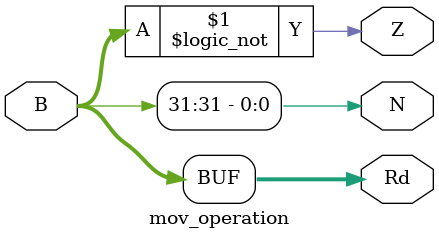
<source format=v>
module mov_operation (
    input  [31:0] B,           // source
    output [31:0] Rd,          // destination
    output        N, Z         // flags (if S is set)
);
    assign Rd = B;

    assign N = B[31];          // Negative flag
    assign Z = (B == 0);       // Zero flag
endmodule

</source>
